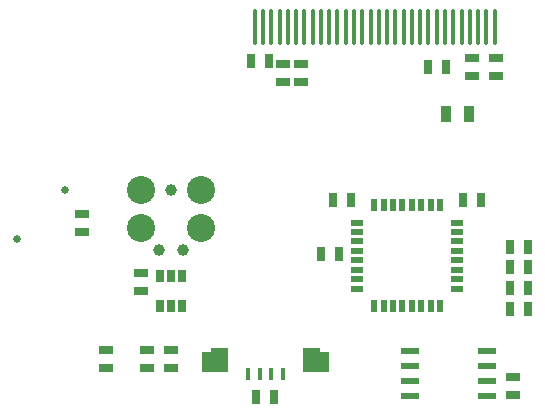
<source format=gbr>
%TF.GenerationSoftware,KiCad,Pcbnew,6.0.0*%
%TF.CreationDate,2022-06-11T19:07:52+02:00*%
%TF.ProjectId,cowdin-3c-esp-ui,636f7764-696e-42d3-9363-2d6573702d75,1*%
%TF.SameCoordinates,Original*%
%TF.FileFunction,Soldermask,Bot*%
%TF.FilePolarity,Negative*%
%FSLAX46Y46*%
G04 Gerber Fmt 4.6, Leading zero omitted, Abs format (unit mm)*
G04 Created by KiCad (PCBNEW 6.0.0) date 2022-06-11 19:07:52*
%MOMM*%
%LPD*%
G01*
G04 APERTURE LIST*
G04 Aperture macros list*
%AMRoundRect*
0 Rectangle with rounded corners*
0 $1 Rounding radius*
0 $2 $3 $4 $5 $6 $7 $8 $9 X,Y pos of 4 corners*
0 Add a 4 corners polygon primitive as box body*
4,1,4,$2,$3,$4,$5,$6,$7,$8,$9,$2,$3,0*
0 Add four circle primitives for the rounded corners*
1,1,$1+$1,$2,$3*
1,1,$1+$1,$4,$5*
1,1,$1+$1,$6,$7*
1,1,$1+$1,$8,$9*
0 Add four rect primitives between the rounded corners*
20,1,$1+$1,$2,$3,$4,$5,0*
20,1,$1+$1,$4,$5,$6,$7,0*
20,1,$1+$1,$6,$7,$8,$9,0*
20,1,$1+$1,$8,$9,$2,$3,0*%
%AMFreePoly0*
4,1,17,1.085355,1.010355,1.100000,0.975000,1.100000,-0.975000,1.085355,-1.010355,1.050000,-1.025000,-1.050000,-1.025000,-1.085355,-1.010355,-1.100000,-0.975000,-1.100000,0.625000,-1.085355,0.660355,-1.050000,0.675000,-0.300000,0.675000,-0.300000,0.975000,-0.285355,1.010355,-0.250000,1.025000,1.050000,1.025000,1.085355,1.010355,1.085355,1.010355,$1*%
%AMFreePoly1*
4,1,17,0.285355,1.010355,0.300000,0.975000,0.300000,0.675000,1.050000,0.675000,1.085355,0.660355,1.100000,0.625000,1.100000,-0.975000,1.085355,-1.010355,1.050000,-1.025000,-1.050000,-1.025000,-1.085355,-1.010355,-1.100000,-0.975000,-1.100000,0.975000,-1.085355,1.010355,-1.050000,1.025000,0.250000,1.025000,0.285355,1.010355,0.285355,1.010355,$1*%
G04 Aperture macros list end*
%ADD10C,0.650000*%
%ADD11C,2.374900*%
%ADD12C,0.990600*%
%ADD13R,1.143000X0.635000*%
%ADD14R,0.500000X1.000000*%
%ADD15R,1.000000X0.500000*%
%ADD16R,0.701040X1.000760*%
%ADD17R,1.600000X0.550000*%
%ADD18R,0.635000X1.143000*%
%ADD19R,0.300000X1.100000*%
%ADD20FreePoly0,0.000000*%
%ADD21FreePoly1,0.000000*%
%ADD22R,0.889000X1.397000*%
%ADD23RoundRect,0.100000X-0.100000X-1.400000X0.100000X-1.400000X0.100000X1.400000X-0.100000X1.400000X0*%
G04 APERTURE END LIST*
D10*
%TO.C,REF\u002A\u002A*%
X127950000Y-110550000D03*
X132050000Y-106450000D03*
%TD*%
D11*
%TO.C,P2*%
X138460000Y-106460000D03*
D12*
X141000000Y-106460000D03*
D11*
X138460000Y-109635000D03*
D12*
X142016000Y-111540000D03*
X139984000Y-111540000D03*
D11*
X143540000Y-106460000D03*
X143540000Y-109635000D03*
%TD*%
D13*
%TO.C,C9*%
X150500000Y-95738000D03*
X150500000Y-97262000D03*
%TD*%
D14*
%TO.C,U1*%
X158200000Y-107750000D03*
X159000000Y-107750000D03*
X159800000Y-107750000D03*
X160600000Y-107750000D03*
X161400000Y-107750000D03*
X162200000Y-107750000D03*
X163000000Y-107750000D03*
X163800000Y-107750000D03*
D15*
X165250000Y-109200000D03*
X165250000Y-110000000D03*
X165250000Y-110800000D03*
X165250000Y-111600000D03*
X165250000Y-112400000D03*
X165250000Y-113200000D03*
X165250000Y-114000000D03*
X165250000Y-114800000D03*
D14*
X163800000Y-116250000D03*
X163000000Y-116250000D03*
X162200000Y-116250000D03*
X161400000Y-116250000D03*
X160600000Y-116250000D03*
X159800000Y-116250000D03*
X159000000Y-116250000D03*
X158200000Y-116250000D03*
D15*
X156750000Y-114800000D03*
X156750000Y-114000000D03*
X156750000Y-113200000D03*
X156750000Y-112400000D03*
X156750000Y-111600000D03*
X156750000Y-110800000D03*
X156750000Y-110000000D03*
X156750000Y-109200000D03*
%TD*%
D13*
%TO.C,C11*%
X138500000Y-115012000D03*
X138500000Y-113488000D03*
%TD*%
D16*
%TO.C,D1*%
X140047500Y-113730000D03*
X141000000Y-113730000D03*
X141952500Y-113730000D03*
X141952500Y-116270000D03*
X141000000Y-116270000D03*
X140047500Y-116270000D03*
%TD*%
D17*
%TO.C,U2*%
X161250000Y-123905000D03*
X161250000Y-122635000D03*
X161250000Y-121365000D03*
X161250000Y-120095000D03*
X167750000Y-120095000D03*
X167750000Y-121365000D03*
X167750000Y-122635000D03*
X167750000Y-123905000D03*
%TD*%
D13*
%TO.C,C2*%
X135500000Y-119988000D03*
X135500000Y-121512000D03*
%TD*%
D18*
%TO.C,C3*%
X169738000Y-113000000D03*
X171262000Y-113000000D03*
%TD*%
D13*
%TO.C,R3*%
X133500000Y-110012000D03*
X133500000Y-108488000D03*
%TD*%
%TO.C,C7*%
X166500000Y-95238000D03*
X166500000Y-96762000D03*
%TD*%
D18*
%TO.C,C14*%
X156262000Y-107250000D03*
X154738000Y-107250000D03*
%TD*%
%TO.C,C15*%
X165738000Y-107250000D03*
X167262000Y-107250000D03*
%TD*%
D19*
%TO.C,P1*%
X147500000Y-122000000D03*
X148500000Y-122000000D03*
X149500000Y-122000000D03*
X150500000Y-122000000D03*
D20*
X144750000Y-120875000D03*
D21*
X153250000Y-120875000D03*
%TD*%
D18*
%TO.C,C12*%
X155262000Y-111900000D03*
X153738000Y-111900000D03*
%TD*%
D13*
%TO.C,C18*%
X170000000Y-123762000D03*
X170000000Y-122238000D03*
%TD*%
D18*
%TO.C,C10*%
X149262000Y-95500000D03*
X147738000Y-95500000D03*
%TD*%
%TO.C,C5*%
X169738000Y-111250000D03*
X171262000Y-111250000D03*
%TD*%
D22*
%TO.C,C16*%
X164297500Y-100000000D03*
X166202500Y-100000000D03*
%TD*%
D18*
%TO.C,C4*%
X169738000Y-114750000D03*
X171262000Y-114750000D03*
%TD*%
D23*
%TO.C,DISP1*%
X168400000Y-92640000D03*
X167700000Y-92640000D03*
X167000000Y-92640000D03*
X166300000Y-92640000D03*
X165600000Y-92640000D03*
X164900000Y-92640000D03*
X164200000Y-92640000D03*
X163500000Y-92640000D03*
X162800000Y-92640000D03*
X162100000Y-92640000D03*
X161400000Y-92640000D03*
X160700000Y-92640000D03*
X160000000Y-92640000D03*
X159300000Y-92640000D03*
X158600000Y-92640000D03*
X157900000Y-92640000D03*
X157200000Y-92640000D03*
X156500000Y-92640000D03*
X155800000Y-92640000D03*
X155100000Y-92640000D03*
X154400000Y-92640000D03*
X153700000Y-92640000D03*
X153000000Y-92640000D03*
X152300000Y-92640000D03*
X151600000Y-92640000D03*
X150900000Y-92640000D03*
X150200000Y-92640000D03*
X149500000Y-92640000D03*
X148800000Y-92640000D03*
X148100000Y-92640000D03*
%TD*%
D13*
%TO.C,C8*%
X168500000Y-95238000D03*
X168500000Y-96762000D03*
%TD*%
%TO.C,R2*%
X141000000Y-121512000D03*
X141000000Y-119988000D03*
%TD*%
D18*
%TO.C,C6*%
X169738000Y-116500000D03*
X171262000Y-116500000D03*
%TD*%
D13*
%TO.C,C13*%
X139000000Y-119988000D03*
X139000000Y-121512000D03*
%TD*%
%TO.C,R1*%
X152000000Y-95738000D03*
X152000000Y-97262000D03*
%TD*%
D18*
%TO.C,C17*%
X164262000Y-96000000D03*
X162738000Y-96000000D03*
%TD*%
%TO.C,C1*%
X149762000Y-124000000D03*
X148238000Y-124000000D03*
%TD*%
M02*

</source>
